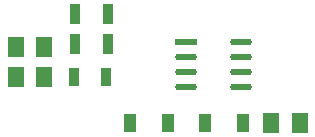
<source format=gtp>
G04*
G04 #@! TF.GenerationSoftware,Altium Limited,Altium Designer,23.1.1 (15)*
G04*
G04 Layer_Color=8421504*
%FSLAX44Y44*%
%MOMM*%
G71*
G04*
G04 #@! TF.SameCoordinates,77F5CA13-7D53-4519-B7AC-21487DD3C2A2*
G04*
G04*
G04 #@! TF.FilePolarity,Positive*
G04*
G01*
G75*
%ADD14R,1.3533X1.8042*%
%ADD15R,0.9000X1.5500*%
%ADD16R,1.0000X1.6000*%
%ADD17R,0.9500X1.7000*%
G04:AMPARAMS|DCode=18|XSize=1.8741mm|YSize=0.5434mm|CornerRadius=0.2717mm|HoleSize=0mm|Usage=FLASHONLY|Rotation=0.000|XOffset=0mm|YOffset=0mm|HoleType=Round|Shape=RoundedRectangle|*
%AMROUNDEDRECTD18*
21,1,1.8741,0.0000,0,0,0.0*
21,1,1.3307,0.5434,0,0,0.0*
1,1,0.5434,0.6653,0.0000*
1,1,0.5434,-0.6653,0.0000*
1,1,0.5434,-0.6653,0.0000*
1,1,0.5434,0.6653,0.0000*
%
%ADD18ROUNDEDRECTD18*%
%ADD19R,1.8741X0.5434*%
D14*
X440916Y788670D02*
D03*
X465424D02*
D03*
X681544Y749300D02*
D03*
X657036D02*
D03*
X440916Y814070D02*
D03*
X465424D02*
D03*
D15*
X490720Y788670D02*
D03*
X517220D02*
D03*
D16*
X633220Y749300D02*
D03*
X601220D02*
D03*
X569720D02*
D03*
X537720D02*
D03*
D17*
X491490Y816610D02*
D03*
X518990D02*
D03*
X491460Y842010D02*
D03*
X519460D02*
D03*
D18*
X631491Y817880D02*
D03*
Y805180D02*
D03*
Y792480D02*
D03*
Y779780D02*
D03*
X585169D02*
D03*
Y792480D02*
D03*
Y805180D02*
D03*
D19*
Y817880D02*
D03*
M02*

</source>
